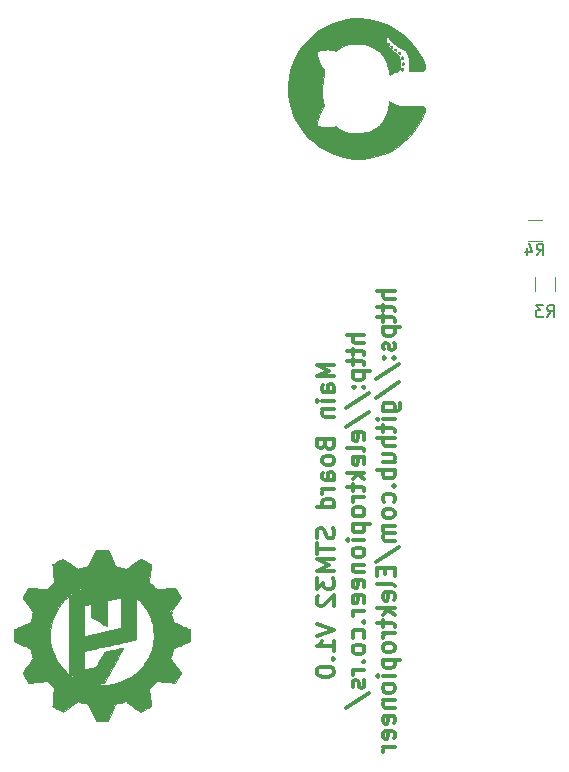
<source format=gbo>
G04 #@! TF.FileFunction,Legend,Bot*
%FSLAX46Y46*%
G04 Gerber Fmt 4.6, Leading zero omitted, Abs format (unit mm)*
G04 Created by KiCad (PCBNEW 4.0.6+dfsg1-1) date Mon Feb 26 19:50:24 2018*
%MOMM*%
%LPD*%
G01*
G04 APERTURE LIST*
%ADD10C,0.100000*%
%ADD11C,0.300000*%
%ADD12C,0.120000*%
%ADD13C,0.010000*%
%ADD14C,0.150000*%
G04 APERTURE END LIST*
D10*
D11*
X27282691Y40813770D02*
X25782691Y40813770D01*
X26854120Y40313770D01*
X25782691Y39813770D01*
X27282691Y39813770D01*
X27282691Y38456627D02*
X26496977Y38456627D01*
X26354120Y38528056D01*
X26282691Y38670913D01*
X26282691Y38956627D01*
X26354120Y39099484D01*
X27211263Y38456627D02*
X27282691Y38599484D01*
X27282691Y38956627D01*
X27211263Y39099484D01*
X27068406Y39170913D01*
X26925549Y39170913D01*
X26782691Y39099484D01*
X26711263Y38956627D01*
X26711263Y38599484D01*
X26639834Y38456627D01*
X27282691Y37742341D02*
X26282691Y37742341D01*
X25782691Y37742341D02*
X25854120Y37813770D01*
X25925549Y37742341D01*
X25854120Y37670913D01*
X25782691Y37742341D01*
X25925549Y37742341D01*
X26282691Y37028055D02*
X27282691Y37028055D01*
X26425549Y37028055D02*
X26354120Y36956627D01*
X26282691Y36813769D01*
X26282691Y36599484D01*
X26354120Y36456627D01*
X26496977Y36385198D01*
X27282691Y36385198D01*
X26496977Y34028055D02*
X26568406Y33813769D01*
X26639834Y33742341D01*
X26782691Y33670912D01*
X26996977Y33670912D01*
X27139834Y33742341D01*
X27211263Y33813769D01*
X27282691Y33956627D01*
X27282691Y34528055D01*
X25782691Y34528055D01*
X25782691Y34028055D01*
X25854120Y33885198D01*
X25925549Y33813769D01*
X26068406Y33742341D01*
X26211263Y33742341D01*
X26354120Y33813769D01*
X26425549Y33885198D01*
X26496977Y34028055D01*
X26496977Y34528055D01*
X27282691Y32813769D02*
X27211263Y32956627D01*
X27139834Y33028055D01*
X26996977Y33099484D01*
X26568406Y33099484D01*
X26425549Y33028055D01*
X26354120Y32956627D01*
X26282691Y32813769D01*
X26282691Y32599484D01*
X26354120Y32456627D01*
X26425549Y32385198D01*
X26568406Y32313769D01*
X26996977Y32313769D01*
X27139834Y32385198D01*
X27211263Y32456627D01*
X27282691Y32599484D01*
X27282691Y32813769D01*
X27282691Y31028055D02*
X26496977Y31028055D01*
X26354120Y31099484D01*
X26282691Y31242341D01*
X26282691Y31528055D01*
X26354120Y31670912D01*
X27211263Y31028055D02*
X27282691Y31170912D01*
X27282691Y31528055D01*
X27211263Y31670912D01*
X27068406Y31742341D01*
X26925549Y31742341D01*
X26782691Y31670912D01*
X26711263Y31528055D01*
X26711263Y31170912D01*
X26639834Y31028055D01*
X27282691Y30313769D02*
X26282691Y30313769D01*
X26568406Y30313769D02*
X26425549Y30242341D01*
X26354120Y30170912D01*
X26282691Y30028055D01*
X26282691Y29885198D01*
X27282691Y28742341D02*
X25782691Y28742341D01*
X27211263Y28742341D02*
X27282691Y28885198D01*
X27282691Y29170912D01*
X27211263Y29313770D01*
X27139834Y29385198D01*
X26996977Y29456627D01*
X26568406Y29456627D01*
X26425549Y29385198D01*
X26354120Y29313770D01*
X26282691Y29170912D01*
X26282691Y28885198D01*
X26354120Y28742341D01*
X27211263Y26956627D02*
X27282691Y26742341D01*
X27282691Y26385198D01*
X27211263Y26242341D01*
X27139834Y26170912D01*
X26996977Y26099484D01*
X26854120Y26099484D01*
X26711263Y26170912D01*
X26639834Y26242341D01*
X26568406Y26385198D01*
X26496977Y26670912D01*
X26425549Y26813770D01*
X26354120Y26885198D01*
X26211263Y26956627D01*
X26068406Y26956627D01*
X25925549Y26885198D01*
X25854120Y26813770D01*
X25782691Y26670912D01*
X25782691Y26313770D01*
X25854120Y26099484D01*
X25782691Y25670913D02*
X25782691Y24813770D01*
X27282691Y25242341D02*
X25782691Y25242341D01*
X27282691Y24313770D02*
X25782691Y24313770D01*
X26854120Y23813770D01*
X25782691Y23313770D01*
X27282691Y23313770D01*
X25782691Y22742341D02*
X25782691Y21813770D01*
X26354120Y22313770D01*
X26354120Y22099484D01*
X26425549Y21956627D01*
X26496977Y21885198D01*
X26639834Y21813770D01*
X26996977Y21813770D01*
X27139834Y21885198D01*
X27211263Y21956627D01*
X27282691Y22099484D01*
X27282691Y22528056D01*
X27211263Y22670913D01*
X27139834Y22742341D01*
X25925549Y21242342D02*
X25854120Y21170913D01*
X25782691Y21028056D01*
X25782691Y20670913D01*
X25854120Y20528056D01*
X25925549Y20456627D01*
X26068406Y20385199D01*
X26211263Y20385199D01*
X26425549Y20456627D01*
X27282691Y21313770D01*
X27282691Y20385199D01*
X25782691Y18813771D02*
X27282691Y18313771D01*
X25782691Y17813771D01*
X27282691Y16528057D02*
X27282691Y17385200D01*
X27282691Y16956628D02*
X25782691Y16956628D01*
X25996977Y17099485D01*
X26139834Y17242343D01*
X26211263Y17385200D01*
X27139834Y15885200D02*
X27211263Y15813772D01*
X27282691Y15885200D01*
X27211263Y15956629D01*
X27139834Y15885200D01*
X27282691Y15885200D01*
X25782691Y14885200D02*
X25782691Y14742343D01*
X25854120Y14599486D01*
X25925549Y14528057D01*
X26068406Y14456628D01*
X26354120Y14385200D01*
X26711263Y14385200D01*
X26996977Y14456628D01*
X27139834Y14528057D01*
X27211263Y14599486D01*
X27282691Y14742343D01*
X27282691Y14885200D01*
X27211263Y15028057D01*
X27139834Y15099486D01*
X26996977Y15170914D01*
X26711263Y15242343D01*
X26354120Y15242343D01*
X26068406Y15170914D01*
X25925549Y15099486D01*
X25854120Y15028057D01*
X25782691Y14885200D01*
X29832691Y43313772D02*
X28332691Y43313772D01*
X29832691Y42670915D02*
X29046977Y42670915D01*
X28904120Y42742344D01*
X28832691Y42885201D01*
X28832691Y43099486D01*
X28904120Y43242344D01*
X28975549Y43313772D01*
X28832691Y42170915D02*
X28832691Y41599486D01*
X28332691Y41956629D02*
X29618406Y41956629D01*
X29761263Y41885201D01*
X29832691Y41742343D01*
X29832691Y41599486D01*
X28832691Y41313772D02*
X28832691Y40742343D01*
X28332691Y41099486D02*
X29618406Y41099486D01*
X29761263Y41028058D01*
X29832691Y40885200D01*
X29832691Y40742343D01*
X28832691Y40242343D02*
X30332691Y40242343D01*
X28904120Y40242343D02*
X28832691Y40099486D01*
X28832691Y39813772D01*
X28904120Y39670915D01*
X28975549Y39599486D01*
X29118406Y39528057D01*
X29546977Y39528057D01*
X29689834Y39599486D01*
X29761263Y39670915D01*
X29832691Y39813772D01*
X29832691Y40099486D01*
X29761263Y40242343D01*
X29689834Y38885200D02*
X29761263Y38813772D01*
X29832691Y38885200D01*
X29761263Y38956629D01*
X29689834Y38885200D01*
X29832691Y38885200D01*
X28904120Y38885200D02*
X28975549Y38813772D01*
X29046977Y38885200D01*
X28975549Y38956629D01*
X28904120Y38885200D01*
X29046977Y38885200D01*
X28261263Y37099486D02*
X30189834Y38385200D01*
X28261263Y35528057D02*
X30189834Y36813771D01*
X29761263Y34456628D02*
X29832691Y34599485D01*
X29832691Y34885199D01*
X29761263Y35028056D01*
X29618406Y35099485D01*
X29046977Y35099485D01*
X28904120Y35028056D01*
X28832691Y34885199D01*
X28832691Y34599485D01*
X28904120Y34456628D01*
X29046977Y34385199D01*
X29189834Y34385199D01*
X29332691Y35099485D01*
X29832691Y33528056D02*
X29761263Y33670914D01*
X29618406Y33742342D01*
X28332691Y33742342D01*
X29761263Y32385200D02*
X29832691Y32528057D01*
X29832691Y32813771D01*
X29761263Y32956628D01*
X29618406Y33028057D01*
X29046977Y33028057D01*
X28904120Y32956628D01*
X28832691Y32813771D01*
X28832691Y32528057D01*
X28904120Y32385200D01*
X29046977Y32313771D01*
X29189834Y32313771D01*
X29332691Y33028057D01*
X29832691Y31670914D02*
X28332691Y31670914D01*
X29261263Y31528057D02*
X29832691Y31099486D01*
X28832691Y31099486D02*
X29404120Y31670914D01*
X28832691Y30670914D02*
X28832691Y30099485D01*
X28332691Y30456628D02*
X29618406Y30456628D01*
X29761263Y30385200D01*
X29832691Y30242342D01*
X29832691Y30099485D01*
X29832691Y29599485D02*
X28832691Y29599485D01*
X29118406Y29599485D02*
X28975549Y29528057D01*
X28904120Y29456628D01*
X28832691Y29313771D01*
X28832691Y29170914D01*
X29832691Y28456628D02*
X29761263Y28599486D01*
X29689834Y28670914D01*
X29546977Y28742343D01*
X29118406Y28742343D01*
X28975549Y28670914D01*
X28904120Y28599486D01*
X28832691Y28456628D01*
X28832691Y28242343D01*
X28904120Y28099486D01*
X28975549Y28028057D01*
X29118406Y27956628D01*
X29546977Y27956628D01*
X29689834Y28028057D01*
X29761263Y28099486D01*
X29832691Y28242343D01*
X29832691Y28456628D01*
X28832691Y27313771D02*
X30332691Y27313771D01*
X28904120Y27313771D02*
X28832691Y27170914D01*
X28832691Y26885200D01*
X28904120Y26742343D01*
X28975549Y26670914D01*
X29118406Y26599485D01*
X29546977Y26599485D01*
X29689834Y26670914D01*
X29761263Y26742343D01*
X29832691Y26885200D01*
X29832691Y27170914D01*
X29761263Y27313771D01*
X29832691Y25956628D02*
X28832691Y25956628D01*
X28332691Y25956628D02*
X28404120Y26028057D01*
X28475549Y25956628D01*
X28404120Y25885200D01*
X28332691Y25956628D01*
X28475549Y25956628D01*
X29832691Y25028056D02*
X29761263Y25170914D01*
X29689834Y25242342D01*
X29546977Y25313771D01*
X29118406Y25313771D01*
X28975549Y25242342D01*
X28904120Y25170914D01*
X28832691Y25028056D01*
X28832691Y24813771D01*
X28904120Y24670914D01*
X28975549Y24599485D01*
X29118406Y24528056D01*
X29546977Y24528056D01*
X29689834Y24599485D01*
X29761263Y24670914D01*
X29832691Y24813771D01*
X29832691Y25028056D01*
X28832691Y23885199D02*
X29832691Y23885199D01*
X28975549Y23885199D02*
X28904120Y23813771D01*
X28832691Y23670913D01*
X28832691Y23456628D01*
X28904120Y23313771D01*
X29046977Y23242342D01*
X29832691Y23242342D01*
X29761263Y21956628D02*
X29832691Y22099485D01*
X29832691Y22385199D01*
X29761263Y22528056D01*
X29618406Y22599485D01*
X29046977Y22599485D01*
X28904120Y22528056D01*
X28832691Y22385199D01*
X28832691Y22099485D01*
X28904120Y21956628D01*
X29046977Y21885199D01*
X29189834Y21885199D01*
X29332691Y22599485D01*
X29761263Y20670914D02*
X29832691Y20813771D01*
X29832691Y21099485D01*
X29761263Y21242342D01*
X29618406Y21313771D01*
X29046977Y21313771D01*
X28904120Y21242342D01*
X28832691Y21099485D01*
X28832691Y20813771D01*
X28904120Y20670914D01*
X29046977Y20599485D01*
X29189834Y20599485D01*
X29332691Y21313771D01*
X29832691Y19956628D02*
X28832691Y19956628D01*
X29118406Y19956628D02*
X28975549Y19885200D01*
X28904120Y19813771D01*
X28832691Y19670914D01*
X28832691Y19528057D01*
X29689834Y19028057D02*
X29761263Y18956629D01*
X29832691Y19028057D01*
X29761263Y19099486D01*
X29689834Y19028057D01*
X29832691Y19028057D01*
X29761263Y17670914D02*
X29832691Y17813771D01*
X29832691Y18099485D01*
X29761263Y18242343D01*
X29689834Y18313771D01*
X29546977Y18385200D01*
X29118406Y18385200D01*
X28975549Y18313771D01*
X28904120Y18242343D01*
X28832691Y18099485D01*
X28832691Y17813771D01*
X28904120Y17670914D01*
X29832691Y16813771D02*
X29761263Y16956629D01*
X29689834Y17028057D01*
X29546977Y17099486D01*
X29118406Y17099486D01*
X28975549Y17028057D01*
X28904120Y16956629D01*
X28832691Y16813771D01*
X28832691Y16599486D01*
X28904120Y16456629D01*
X28975549Y16385200D01*
X29118406Y16313771D01*
X29546977Y16313771D01*
X29689834Y16385200D01*
X29761263Y16456629D01*
X29832691Y16599486D01*
X29832691Y16813771D01*
X29689834Y15670914D02*
X29761263Y15599486D01*
X29832691Y15670914D01*
X29761263Y15742343D01*
X29689834Y15670914D01*
X29832691Y15670914D01*
X29832691Y14956628D02*
X28832691Y14956628D01*
X29118406Y14956628D02*
X28975549Y14885200D01*
X28904120Y14813771D01*
X28832691Y14670914D01*
X28832691Y14528057D01*
X29761263Y14099486D02*
X29832691Y13956629D01*
X29832691Y13670914D01*
X29761263Y13528057D01*
X29618406Y13456629D01*
X29546977Y13456629D01*
X29404120Y13528057D01*
X29332691Y13670914D01*
X29332691Y13885200D01*
X29261263Y14028057D01*
X29118406Y14099486D01*
X29046977Y14099486D01*
X28904120Y14028057D01*
X28832691Y13885200D01*
X28832691Y13670914D01*
X28904120Y13528057D01*
X28261263Y11742343D02*
X30189834Y13028057D01*
X32382691Y47028058D02*
X30882691Y47028058D01*
X32382691Y46385201D02*
X31596977Y46385201D01*
X31454120Y46456630D01*
X31382691Y46599487D01*
X31382691Y46813772D01*
X31454120Y46956630D01*
X31525549Y47028058D01*
X31382691Y45885201D02*
X31382691Y45313772D01*
X30882691Y45670915D02*
X32168406Y45670915D01*
X32311263Y45599487D01*
X32382691Y45456629D01*
X32382691Y45313772D01*
X31382691Y45028058D02*
X31382691Y44456629D01*
X30882691Y44813772D02*
X32168406Y44813772D01*
X32311263Y44742344D01*
X32382691Y44599486D01*
X32382691Y44456629D01*
X31382691Y43956629D02*
X32882691Y43956629D01*
X31454120Y43956629D02*
X31382691Y43813772D01*
X31382691Y43528058D01*
X31454120Y43385201D01*
X31525549Y43313772D01*
X31668406Y43242343D01*
X32096977Y43242343D01*
X32239834Y43313772D01*
X32311263Y43385201D01*
X32382691Y43528058D01*
X32382691Y43813772D01*
X32311263Y43956629D01*
X32311263Y42670915D02*
X32382691Y42528058D01*
X32382691Y42242343D01*
X32311263Y42099486D01*
X32168406Y42028058D01*
X32096977Y42028058D01*
X31954120Y42099486D01*
X31882691Y42242343D01*
X31882691Y42456629D01*
X31811263Y42599486D01*
X31668406Y42670915D01*
X31596977Y42670915D01*
X31454120Y42599486D01*
X31382691Y42456629D01*
X31382691Y42242343D01*
X31454120Y42099486D01*
X32239834Y41385200D02*
X32311263Y41313772D01*
X32382691Y41385200D01*
X32311263Y41456629D01*
X32239834Y41385200D01*
X32382691Y41385200D01*
X31454120Y41385200D02*
X31525549Y41313772D01*
X31596977Y41385200D01*
X31525549Y41456629D01*
X31454120Y41385200D01*
X31596977Y41385200D01*
X30811263Y39599486D02*
X32739834Y40885200D01*
X30811263Y38028057D02*
X32739834Y39313771D01*
X31382691Y36885199D02*
X32596977Y36885199D01*
X32739834Y36956628D01*
X32811263Y37028056D01*
X32882691Y37170913D01*
X32882691Y37385199D01*
X32811263Y37528056D01*
X32311263Y36885199D02*
X32382691Y37028056D01*
X32382691Y37313770D01*
X32311263Y37456628D01*
X32239834Y37528056D01*
X32096977Y37599485D01*
X31668406Y37599485D01*
X31525549Y37528056D01*
X31454120Y37456628D01*
X31382691Y37313770D01*
X31382691Y37028056D01*
X31454120Y36885199D01*
X32382691Y36170913D02*
X31382691Y36170913D01*
X30882691Y36170913D02*
X30954120Y36242342D01*
X31025549Y36170913D01*
X30954120Y36099485D01*
X30882691Y36170913D01*
X31025549Y36170913D01*
X31382691Y35670913D02*
X31382691Y35099484D01*
X30882691Y35456627D02*
X32168406Y35456627D01*
X32311263Y35385199D01*
X32382691Y35242341D01*
X32382691Y35099484D01*
X32382691Y34599484D02*
X30882691Y34599484D01*
X32382691Y33956627D02*
X31596977Y33956627D01*
X31454120Y34028056D01*
X31382691Y34170913D01*
X31382691Y34385198D01*
X31454120Y34528056D01*
X31525549Y34599484D01*
X31382691Y32599484D02*
X32382691Y32599484D01*
X31382691Y33242341D02*
X32168406Y33242341D01*
X32311263Y33170913D01*
X32382691Y33028055D01*
X32382691Y32813770D01*
X32311263Y32670913D01*
X32239834Y32599484D01*
X32382691Y31885198D02*
X30882691Y31885198D01*
X31454120Y31885198D02*
X31382691Y31742341D01*
X31382691Y31456627D01*
X31454120Y31313770D01*
X31525549Y31242341D01*
X31668406Y31170912D01*
X32096977Y31170912D01*
X32239834Y31242341D01*
X32311263Y31313770D01*
X32382691Y31456627D01*
X32382691Y31742341D01*
X32311263Y31885198D01*
X32239834Y30528055D02*
X32311263Y30456627D01*
X32382691Y30528055D01*
X32311263Y30599484D01*
X32239834Y30528055D01*
X32382691Y30528055D01*
X32311263Y29170912D02*
X32382691Y29313769D01*
X32382691Y29599483D01*
X32311263Y29742341D01*
X32239834Y29813769D01*
X32096977Y29885198D01*
X31668406Y29885198D01*
X31525549Y29813769D01*
X31454120Y29742341D01*
X31382691Y29599483D01*
X31382691Y29313769D01*
X31454120Y29170912D01*
X32382691Y28313769D02*
X32311263Y28456627D01*
X32239834Y28528055D01*
X32096977Y28599484D01*
X31668406Y28599484D01*
X31525549Y28528055D01*
X31454120Y28456627D01*
X31382691Y28313769D01*
X31382691Y28099484D01*
X31454120Y27956627D01*
X31525549Y27885198D01*
X31668406Y27813769D01*
X32096977Y27813769D01*
X32239834Y27885198D01*
X32311263Y27956627D01*
X32382691Y28099484D01*
X32382691Y28313769D01*
X32382691Y27170912D02*
X31382691Y27170912D01*
X31525549Y27170912D02*
X31454120Y27099484D01*
X31382691Y26956626D01*
X31382691Y26742341D01*
X31454120Y26599484D01*
X31596977Y26528055D01*
X32382691Y26528055D01*
X31596977Y26528055D02*
X31454120Y26456626D01*
X31382691Y26313769D01*
X31382691Y26099484D01*
X31454120Y25956626D01*
X31596977Y25885198D01*
X32382691Y25885198D01*
X30811263Y24099484D02*
X32739834Y25385198D01*
X31596977Y23599483D02*
X31596977Y23099483D01*
X32382691Y22885197D02*
X32382691Y23599483D01*
X30882691Y23599483D01*
X30882691Y22885197D01*
X32382691Y22028054D02*
X32311263Y22170912D01*
X32168406Y22242340D01*
X30882691Y22242340D01*
X32311263Y20885198D02*
X32382691Y21028055D01*
X32382691Y21313769D01*
X32311263Y21456626D01*
X32168406Y21528055D01*
X31596977Y21528055D01*
X31454120Y21456626D01*
X31382691Y21313769D01*
X31382691Y21028055D01*
X31454120Y20885198D01*
X31596977Y20813769D01*
X31739834Y20813769D01*
X31882691Y21528055D01*
X32382691Y20170912D02*
X30882691Y20170912D01*
X31811263Y20028055D02*
X32382691Y19599484D01*
X31382691Y19599484D02*
X31954120Y20170912D01*
X31382691Y19170912D02*
X31382691Y18599483D01*
X30882691Y18956626D02*
X32168406Y18956626D01*
X32311263Y18885198D01*
X32382691Y18742340D01*
X32382691Y18599483D01*
X32382691Y18099483D02*
X31382691Y18099483D01*
X31668406Y18099483D02*
X31525549Y18028055D01*
X31454120Y17956626D01*
X31382691Y17813769D01*
X31382691Y17670912D01*
X32382691Y16956626D02*
X32311263Y17099484D01*
X32239834Y17170912D01*
X32096977Y17242341D01*
X31668406Y17242341D01*
X31525549Y17170912D01*
X31454120Y17099484D01*
X31382691Y16956626D01*
X31382691Y16742341D01*
X31454120Y16599484D01*
X31525549Y16528055D01*
X31668406Y16456626D01*
X32096977Y16456626D01*
X32239834Y16528055D01*
X32311263Y16599484D01*
X32382691Y16742341D01*
X32382691Y16956626D01*
X31382691Y15813769D02*
X32882691Y15813769D01*
X31454120Y15813769D02*
X31382691Y15670912D01*
X31382691Y15385198D01*
X31454120Y15242341D01*
X31525549Y15170912D01*
X31668406Y15099483D01*
X32096977Y15099483D01*
X32239834Y15170912D01*
X32311263Y15242341D01*
X32382691Y15385198D01*
X32382691Y15670912D01*
X32311263Y15813769D01*
X32382691Y14456626D02*
X31382691Y14456626D01*
X30882691Y14456626D02*
X30954120Y14528055D01*
X31025549Y14456626D01*
X30954120Y14385198D01*
X30882691Y14456626D01*
X31025549Y14456626D01*
X32382691Y13528054D02*
X32311263Y13670912D01*
X32239834Y13742340D01*
X32096977Y13813769D01*
X31668406Y13813769D01*
X31525549Y13742340D01*
X31454120Y13670912D01*
X31382691Y13528054D01*
X31382691Y13313769D01*
X31454120Y13170912D01*
X31525549Y13099483D01*
X31668406Y13028054D01*
X32096977Y13028054D01*
X32239834Y13099483D01*
X32311263Y13170912D01*
X32382691Y13313769D01*
X32382691Y13528054D01*
X31382691Y12385197D02*
X32382691Y12385197D01*
X31525549Y12385197D02*
X31454120Y12313769D01*
X31382691Y12170911D01*
X31382691Y11956626D01*
X31454120Y11813769D01*
X31596977Y11742340D01*
X32382691Y11742340D01*
X32311263Y10456626D02*
X32382691Y10599483D01*
X32382691Y10885197D01*
X32311263Y11028054D01*
X32168406Y11099483D01*
X31596977Y11099483D01*
X31454120Y11028054D01*
X31382691Y10885197D01*
X31382691Y10599483D01*
X31454120Y10456626D01*
X31596977Y10385197D01*
X31739834Y10385197D01*
X31882691Y11099483D01*
X32311263Y9170912D02*
X32382691Y9313769D01*
X32382691Y9599483D01*
X32311263Y9742340D01*
X32168406Y9813769D01*
X31596977Y9813769D01*
X31454120Y9742340D01*
X31382691Y9599483D01*
X31382691Y9313769D01*
X31454120Y9170912D01*
X31596977Y9099483D01*
X31739834Y9099483D01*
X31882691Y9813769D01*
X32382691Y8456626D02*
X31382691Y8456626D01*
X31668406Y8456626D02*
X31525549Y8385198D01*
X31454120Y8313769D01*
X31382691Y8170912D01*
X31382691Y8028055D01*
D12*
X44235480Y48260560D02*
X44235480Y47060560D01*
X45995480Y47060560D02*
X45995480Y48260560D01*
X44846800Y53036360D02*
X43646800Y53036360D01*
X43646800Y51276360D02*
X44846800Y51276360D01*
D13*
G36*
X133332Y17757173D02*
X133947Y17640668D01*
X134940Y17539544D01*
X136309Y17461015D01*
X138056Y17412294D01*
X139582Y17399683D01*
X159873Y17390088D01*
X214667Y17365724D01*
X299562Y17328509D01*
X410153Y17280360D01*
X542039Y17223194D01*
X690816Y17158928D01*
X844204Y17092867D01*
X1005013Y17023616D01*
X1153160Y16959642D01*
X1284238Y16902862D01*
X1393835Y16855194D01*
X1477543Y16818556D01*
X1530953Y16794865D01*
X1549616Y16786095D01*
X1557293Y16764025D01*
X1572075Y16709773D01*
X1591566Y16632411D01*
X1606171Y16571733D01*
X1636500Y16451919D01*
X1673865Y16316329D01*
X1711512Y16189212D01*
X1721903Y16156195D01*
X1788492Y15948439D01*
X1330509Y15337330D01*
X1210178Y15176481D01*
X1113155Y15045874D01*
X1037154Y14942030D01*
X979891Y14861469D01*
X939080Y14800711D01*
X912436Y14756278D01*
X897673Y14724690D01*
X892507Y14702468D01*
X894653Y14686133D01*
X897945Y14678724D01*
X916127Y14646731D01*
X952357Y14584567D01*
X1002997Y14498416D01*
X1064408Y14394465D01*
X1132952Y14278896D01*
X1152863Y14245404D01*
X1382361Y13859582D01*
X1462282Y13869075D01*
X1502361Y13873495D01*
X1578883Y13881619D01*
X1686176Y13892857D01*
X1818570Y13906618D01*
X1970393Y13922312D01*
X2135972Y13939349D01*
X2240367Y13950053D01*
X2938530Y14021538D01*
X3192867Y13771398D01*
X3282957Y13683128D01*
X3367592Y13600815D01*
X3439988Y13531009D01*
X3493364Y13480262D01*
X3514271Y13460937D01*
X3581339Y13400617D01*
X3497065Y12652295D01*
X3477784Y12479346D01*
X3460419Y12320230D01*
X3445464Y12179711D01*
X3433408Y12062552D01*
X3424742Y11973514D01*
X3419957Y11917361D01*
X3419414Y11898831D01*
X3438971Y11887511D01*
X3490330Y11858487D01*
X3568313Y11814664D01*
X3667744Y11758948D01*
X3783448Y11694245D01*
X3866036Y11648127D01*
X4306036Y11402565D01*
X4839703Y11778406D01*
X4977562Y11875423D01*
X5108881Y11967702D01*
X5228383Y12051546D01*
X5330794Y12123258D01*
X5410837Y12179142D01*
X5463238Y12215500D01*
X5473255Y12222372D01*
X5573141Y12290498D01*
X5769589Y12233292D01*
X5877527Y12203369D01*
X6006876Y12169757D01*
X6137637Y12137573D01*
X6206131Y12121602D01*
X6446225Y12067117D01*
X6764773Y11373909D01*
X7083321Y10680700D01*
X8108250Y10680700D01*
X8427266Y11373909D01*
X8746283Y12067117D01*
X8985993Y12121602D01*
X9108389Y12150652D01*
X9240986Y12184094D01*
X9363748Y12216799D01*
X9422151Y12233292D01*
X9618599Y12290498D01*
X9718484Y12222372D01*
X9760989Y12192998D01*
X9832814Y12142923D01*
X9928683Y12075843D01*
X10043322Y11995457D01*
X10171455Y11905459D01*
X10307806Y11809548D01*
X10352037Y11778406D01*
X10885703Y11402565D01*
X11325703Y11648127D01*
X11449294Y11717160D01*
X11560020Y11779117D01*
X11652704Y11831093D01*
X11722172Y11870182D01*
X11763247Y11893480D01*
X11772287Y11898793D01*
X11771532Y11920245D01*
X11766456Y11978993D01*
X11757548Y12070275D01*
X11745297Y12189328D01*
X11730193Y12331390D01*
X11712726Y12491697D01*
X11694870Y12652257D01*
X11610869Y13400617D01*
X11677703Y13460937D01*
X11715422Y13496202D01*
X11776471Y13554677D01*
X11854075Y13629814D01*
X11941456Y13715060D01*
X11998873Y13771398D01*
X12253209Y14021538D01*
X12951373Y13950053D01*
X13122519Y13932490D01*
X13283337Y13915914D01*
X13428155Y13900913D01*
X13551302Y13888079D01*
X13647107Y13878002D01*
X13709897Y13871272D01*
X13729458Y13869075D01*
X13809379Y13859582D01*
X14038877Y14245404D01*
X14108761Y14363111D01*
X14172529Y14470927D01*
X14226541Y14562669D01*
X14267160Y14632150D01*
X14290745Y14673187D01*
X14293794Y14678724D01*
X14298870Y14693359D01*
X14297836Y14712050D01*
X14288408Y14738276D01*
X14268301Y14775516D01*
X14235230Y14827249D01*
X14186909Y14896956D01*
X14121053Y14988115D01*
X14035377Y15104205D01*
X13927596Y15248707D01*
X13861231Y15337330D01*
X13403248Y15948439D01*
X13469837Y16156195D01*
X13506244Y16275999D01*
X13544406Y16411588D01*
X13577567Y16538712D01*
X13585569Y16571733D01*
X13606885Y16659554D01*
X13625106Y16730381D01*
X13637839Y16775142D01*
X13642124Y16786049D01*
X13662603Y16795621D01*
X13717579Y16819957D01*
X13802641Y16857140D01*
X13913376Y16905253D01*
X14045375Y16962378D01*
X14194225Y17026600D01*
X14347099Y17092385D01*
X14507848Y17161580D01*
X14655914Y17225522D01*
X14786888Y17282292D01*
X14896362Y17329969D01*
X14979927Y17366634D01*
X15033175Y17390368D01*
X15051663Y17399188D01*
X15054582Y17422222D01*
X15057148Y17480296D01*
X15059324Y17566121D01*
X15061074Y17672403D01*
X15062360Y17791853D01*
X15063145Y17917179D01*
X15063394Y18041090D01*
X15063067Y18156295D01*
X15062130Y18255501D01*
X15060544Y18331419D01*
X15058273Y18376757D01*
X15056663Y18386112D01*
X15035307Y18398317D01*
X14979449Y18425114D01*
X14893538Y18464509D01*
X14782019Y18514508D01*
X14649341Y18573115D01*
X14499949Y18638335D01*
X14347580Y18704181D01*
X14186766Y18773435D01*
X14038613Y18837411D01*
X13907530Y18894194D01*
X13797927Y18941864D01*
X13714212Y18978505D01*
X13660795Y19002199D01*
X13642124Y19010973D01*
X13634446Y19033043D01*
X13619665Y19087295D01*
X13600174Y19164656D01*
X13585569Y19225335D01*
X13555240Y19345149D01*
X13517875Y19480739D01*
X13480228Y19607856D01*
X13469837Y19640873D01*
X13403248Y19848629D01*
X13861231Y20459738D01*
X13981562Y20620586D01*
X14078585Y20751193D01*
X14154585Y20855038D01*
X14211849Y20935599D01*
X14252660Y20996357D01*
X14279304Y21040790D01*
X14294066Y21072377D01*
X14299232Y21094599D01*
X14297087Y21110935D01*
X14293794Y21118344D01*
X14275612Y21150336D01*
X14239382Y21212501D01*
X14188742Y21298651D01*
X14127331Y21402603D01*
X14058788Y21518171D01*
X14038877Y21551663D01*
X13809379Y21937485D01*
X13729458Y21927993D01*
X13689379Y21923573D01*
X13612857Y21915448D01*
X13505563Y21904211D01*
X13373169Y21890450D01*
X13221347Y21874755D01*
X13055768Y21857718D01*
X12951373Y21847015D01*
X12253209Y21775529D01*
X11998873Y22025670D01*
X11908782Y22113939D01*
X11824148Y22196253D01*
X11751752Y22266059D01*
X11698376Y22316806D01*
X11677469Y22336131D01*
X11610401Y22396450D01*
X11694674Y23144773D01*
X11713956Y23317722D01*
X11731320Y23476837D01*
X11746276Y23617356D01*
X11758332Y23734516D01*
X11766998Y23823554D01*
X11771782Y23879706D01*
X11772325Y23898237D01*
X11752768Y23909557D01*
X11701410Y23938581D01*
X11623427Y23982404D01*
X11523995Y24038120D01*
X11408292Y24102823D01*
X11325703Y24148940D01*
X10885703Y24394502D01*
X10352037Y24018662D01*
X10214177Y23921645D01*
X10082859Y23829366D01*
X9963357Y23745522D01*
X9860946Y23673810D01*
X9780902Y23617926D01*
X9728502Y23581567D01*
X9718484Y23574695D01*
X9618599Y23506570D01*
X9422151Y23563775D01*
X9314212Y23593698D01*
X9184864Y23627310D01*
X9054102Y23659495D01*
X8985609Y23675466D01*
X8745514Y23729950D01*
X8426967Y24423159D01*
X8108419Y25116367D01*
X7595870Y25116367D01*
X7595870Y22131867D01*
X7898040Y22125021D01*
X8173189Y22103085D01*
X8434588Y22063968D01*
X8695504Y22005574D01*
X8969208Y21925810D01*
X9032419Y21905199D01*
X9431649Y21751064D01*
X9811714Y21560516D01*
X10170053Y21335497D01*
X10504103Y21077944D01*
X10811301Y20789798D01*
X11089084Y20472998D01*
X11291839Y20195117D01*
X11383176Y20047861D01*
X11479547Y19873785D01*
X11574782Y19685532D01*
X11662713Y19495742D01*
X11737171Y19317057D01*
X11784590Y19185403D01*
X11843373Y18985327D01*
X11896102Y18768754D01*
X11938628Y18554333D01*
X11965455Y18372579D01*
X11975500Y18250957D01*
X11981787Y18100508D01*
X11984311Y17934571D01*
X11983068Y17766487D01*
X11978051Y17609593D01*
X11969257Y17477231D01*
X11965801Y17443605D01*
X11904013Y17058637D01*
X11807555Y16689164D01*
X11673819Y16326368D01*
X11565089Y16088784D01*
X11430652Y15832825D01*
X11290420Y15603273D01*
X11134140Y15384436D01*
X10981616Y15195826D01*
X10696002Y14891208D01*
X10381789Y14616525D01*
X10041678Y14373208D01*
X9678370Y14162690D01*
X9294565Y13986401D01*
X8892964Y13845775D01*
X8476269Y13742242D01*
X8136175Y13687372D01*
X8051657Y13679697D01*
X7937053Y13673174D01*
X7804602Y13668305D01*
X7666547Y13665592D01*
X7595870Y13665200D01*
X7293700Y13672047D01*
X7018550Y13693982D01*
X6757152Y13733100D01*
X6496235Y13791494D01*
X6222532Y13871257D01*
X6159321Y13891869D01*
X5760091Y14046004D01*
X5380025Y14236551D01*
X5021686Y14461571D01*
X4687637Y14719123D01*
X4380439Y15007269D01*
X4102656Y15324069D01*
X3899901Y15601950D01*
X3809006Y15748463D01*
X3713032Y15921713D01*
X3618119Y16109122D01*
X3530409Y16298110D01*
X3456044Y16476099D01*
X3407620Y16610244D01*
X3298131Y17014164D01*
X3230003Y17424239D01*
X3203236Y17837602D01*
X3217830Y18251387D01*
X3273786Y18662728D01*
X3371102Y19068757D01*
X3407620Y19186824D01*
X3465679Y19345399D01*
X3542341Y19525743D01*
X3631464Y19715278D01*
X3726907Y19901426D01*
X3822529Y20071607D01*
X3899901Y20195117D01*
X4151831Y20533824D01*
X4435263Y20845456D01*
X4747634Y21128075D01*
X5086382Y21379741D01*
X5448943Y21598515D01*
X5832756Y21782456D01*
X6159321Y21905199D01*
X6437615Y21989942D01*
X6700205Y22052855D01*
X6960360Y22096031D01*
X7231348Y22121565D01*
X7526439Y22131549D01*
X7595870Y22131867D01*
X7595870Y25116367D01*
X7083321Y25116367D01*
X6764773Y24423159D01*
X6446225Y23729950D01*
X6206131Y23675466D01*
X6083692Y23646446D01*
X5951088Y23613037D01*
X5828317Y23580355D01*
X5769589Y23563775D01*
X5573141Y23506570D01*
X5473255Y23574695D01*
X5430751Y23604070D01*
X5358926Y23654145D01*
X5263057Y23721224D01*
X5148418Y23801611D01*
X5020285Y23891608D01*
X4883934Y23987519D01*
X4839703Y24018662D01*
X4306036Y24394502D01*
X3866036Y24148940D01*
X3742443Y24079905D01*
X3631712Y24017944D01*
X3539020Y23965961D01*
X3469544Y23926863D01*
X3428460Y23903556D01*
X3419414Y23898237D01*
X3420168Y23876777D01*
X3425257Y23818023D01*
X3434191Y23726737D01*
X3446479Y23607681D01*
X3461630Y23465620D01*
X3479153Y23305316D01*
X3497065Y23144773D01*
X3581339Y22396450D01*
X3514271Y22336131D01*
X3476470Y22300863D01*
X3415348Y22242383D01*
X3337687Y22167241D01*
X3250269Y22081988D01*
X3192867Y22025670D01*
X2938530Y21775529D01*
X2240367Y21847015D01*
X2069221Y21864577D01*
X1908403Y21881154D01*
X1763585Y21896155D01*
X1640437Y21908989D01*
X1544633Y21919066D01*
X1481842Y21925796D01*
X1462282Y21927993D01*
X1382361Y21937485D01*
X1152863Y21551663D01*
X1082978Y21433957D01*
X1019211Y21326140D01*
X965198Y21234399D01*
X924580Y21164917D01*
X900994Y21123881D01*
X897945Y21118344D01*
X892870Y21103708D01*
X893904Y21085018D01*
X903331Y21058792D01*
X923438Y21021552D01*
X956510Y20969818D01*
X1004831Y20900112D01*
X1070687Y20808953D01*
X1156363Y20692862D01*
X1264144Y20548361D01*
X1330509Y20459738D01*
X1788492Y19848629D01*
X1721903Y19640873D01*
X1685495Y19521069D01*
X1647334Y19385480D01*
X1614172Y19258356D01*
X1606171Y19225335D01*
X1584854Y19137507D01*
X1566633Y19066668D01*
X1553900Y19021891D01*
X1549616Y19010973D01*
X1529139Y19001386D01*
X1474167Y18977027D01*
X1389109Y18939813D01*
X1278375Y18891662D01*
X1146374Y18834491D01*
X997514Y18770218D01*
X844204Y18704200D01*
X683433Y18634955D01*
X535358Y18570983D01*
X404384Y18514202D01*
X294914Y18466529D01*
X211349Y18429881D01*
X158094Y18406175D01*
X139582Y18397385D01*
X137558Y18375209D01*
X135911Y18317915D01*
X134641Y18232718D01*
X133748Y18126831D01*
X133232Y18007468D01*
X133093Y17881844D01*
X133332Y17757173D01*
X133332Y17757173D01*
G37*
X133332Y17757173D02*
X133947Y17640668D01*
X134940Y17539544D01*
X136309Y17461015D01*
X138056Y17412294D01*
X139582Y17399683D01*
X159873Y17390088D01*
X214667Y17365724D01*
X299562Y17328509D01*
X410153Y17280360D01*
X542039Y17223194D01*
X690816Y17158928D01*
X844204Y17092867D01*
X1005013Y17023616D01*
X1153160Y16959642D01*
X1284238Y16902862D01*
X1393835Y16855194D01*
X1477543Y16818556D01*
X1530953Y16794865D01*
X1549616Y16786095D01*
X1557293Y16764025D01*
X1572075Y16709773D01*
X1591566Y16632411D01*
X1606171Y16571733D01*
X1636500Y16451919D01*
X1673865Y16316329D01*
X1711512Y16189212D01*
X1721903Y16156195D01*
X1788492Y15948439D01*
X1330509Y15337330D01*
X1210178Y15176481D01*
X1113155Y15045874D01*
X1037154Y14942030D01*
X979891Y14861469D01*
X939080Y14800711D01*
X912436Y14756278D01*
X897673Y14724690D01*
X892507Y14702468D01*
X894653Y14686133D01*
X897945Y14678724D01*
X916127Y14646731D01*
X952357Y14584567D01*
X1002997Y14498416D01*
X1064408Y14394465D01*
X1132952Y14278896D01*
X1152863Y14245404D01*
X1382361Y13859582D01*
X1462282Y13869075D01*
X1502361Y13873495D01*
X1578883Y13881619D01*
X1686176Y13892857D01*
X1818570Y13906618D01*
X1970393Y13922312D01*
X2135972Y13939349D01*
X2240367Y13950053D01*
X2938530Y14021538D01*
X3192867Y13771398D01*
X3282957Y13683128D01*
X3367592Y13600815D01*
X3439988Y13531009D01*
X3493364Y13480262D01*
X3514271Y13460937D01*
X3581339Y13400617D01*
X3497065Y12652295D01*
X3477784Y12479346D01*
X3460419Y12320230D01*
X3445464Y12179711D01*
X3433408Y12062552D01*
X3424742Y11973514D01*
X3419957Y11917361D01*
X3419414Y11898831D01*
X3438971Y11887511D01*
X3490330Y11858487D01*
X3568313Y11814664D01*
X3667744Y11758948D01*
X3783448Y11694245D01*
X3866036Y11648127D01*
X4306036Y11402565D01*
X4839703Y11778406D01*
X4977562Y11875423D01*
X5108881Y11967702D01*
X5228383Y12051546D01*
X5330794Y12123258D01*
X5410837Y12179142D01*
X5463238Y12215500D01*
X5473255Y12222372D01*
X5573141Y12290498D01*
X5769589Y12233292D01*
X5877527Y12203369D01*
X6006876Y12169757D01*
X6137637Y12137573D01*
X6206131Y12121602D01*
X6446225Y12067117D01*
X6764773Y11373909D01*
X7083321Y10680700D01*
X8108250Y10680700D01*
X8427266Y11373909D01*
X8746283Y12067117D01*
X8985993Y12121602D01*
X9108389Y12150652D01*
X9240986Y12184094D01*
X9363748Y12216799D01*
X9422151Y12233292D01*
X9618599Y12290498D01*
X9718484Y12222372D01*
X9760989Y12192998D01*
X9832814Y12142923D01*
X9928683Y12075843D01*
X10043322Y11995457D01*
X10171455Y11905459D01*
X10307806Y11809548D01*
X10352037Y11778406D01*
X10885703Y11402565D01*
X11325703Y11648127D01*
X11449294Y11717160D01*
X11560020Y11779117D01*
X11652704Y11831093D01*
X11722172Y11870182D01*
X11763247Y11893480D01*
X11772287Y11898793D01*
X11771532Y11920245D01*
X11766456Y11978993D01*
X11757548Y12070275D01*
X11745297Y12189328D01*
X11730193Y12331390D01*
X11712726Y12491697D01*
X11694870Y12652257D01*
X11610869Y13400617D01*
X11677703Y13460937D01*
X11715422Y13496202D01*
X11776471Y13554677D01*
X11854075Y13629814D01*
X11941456Y13715060D01*
X11998873Y13771398D01*
X12253209Y14021538D01*
X12951373Y13950053D01*
X13122519Y13932490D01*
X13283337Y13915914D01*
X13428155Y13900913D01*
X13551302Y13888079D01*
X13647107Y13878002D01*
X13709897Y13871272D01*
X13729458Y13869075D01*
X13809379Y13859582D01*
X14038877Y14245404D01*
X14108761Y14363111D01*
X14172529Y14470927D01*
X14226541Y14562669D01*
X14267160Y14632150D01*
X14290745Y14673187D01*
X14293794Y14678724D01*
X14298870Y14693359D01*
X14297836Y14712050D01*
X14288408Y14738276D01*
X14268301Y14775516D01*
X14235230Y14827249D01*
X14186909Y14896956D01*
X14121053Y14988115D01*
X14035377Y15104205D01*
X13927596Y15248707D01*
X13861231Y15337330D01*
X13403248Y15948439D01*
X13469837Y16156195D01*
X13506244Y16275999D01*
X13544406Y16411588D01*
X13577567Y16538712D01*
X13585569Y16571733D01*
X13606885Y16659554D01*
X13625106Y16730381D01*
X13637839Y16775142D01*
X13642124Y16786049D01*
X13662603Y16795621D01*
X13717579Y16819957D01*
X13802641Y16857140D01*
X13913376Y16905253D01*
X14045375Y16962378D01*
X14194225Y17026600D01*
X14347099Y17092385D01*
X14507848Y17161580D01*
X14655914Y17225522D01*
X14786888Y17282292D01*
X14896362Y17329969D01*
X14979927Y17366634D01*
X15033175Y17390368D01*
X15051663Y17399188D01*
X15054582Y17422222D01*
X15057148Y17480296D01*
X15059324Y17566121D01*
X15061074Y17672403D01*
X15062360Y17791853D01*
X15063145Y17917179D01*
X15063394Y18041090D01*
X15063067Y18156295D01*
X15062130Y18255501D01*
X15060544Y18331419D01*
X15058273Y18376757D01*
X15056663Y18386112D01*
X15035307Y18398317D01*
X14979449Y18425114D01*
X14893538Y18464509D01*
X14782019Y18514508D01*
X14649341Y18573115D01*
X14499949Y18638335D01*
X14347580Y18704181D01*
X14186766Y18773435D01*
X14038613Y18837411D01*
X13907530Y18894194D01*
X13797927Y18941864D01*
X13714212Y18978505D01*
X13660795Y19002199D01*
X13642124Y19010973D01*
X13634446Y19033043D01*
X13619665Y19087295D01*
X13600174Y19164656D01*
X13585569Y19225335D01*
X13555240Y19345149D01*
X13517875Y19480739D01*
X13480228Y19607856D01*
X13469837Y19640873D01*
X13403248Y19848629D01*
X13861231Y20459738D01*
X13981562Y20620586D01*
X14078585Y20751193D01*
X14154585Y20855038D01*
X14211849Y20935599D01*
X14252660Y20996357D01*
X14279304Y21040790D01*
X14294066Y21072377D01*
X14299232Y21094599D01*
X14297087Y21110935D01*
X14293794Y21118344D01*
X14275612Y21150336D01*
X14239382Y21212501D01*
X14188742Y21298651D01*
X14127331Y21402603D01*
X14058788Y21518171D01*
X14038877Y21551663D01*
X13809379Y21937485D01*
X13729458Y21927993D01*
X13689379Y21923573D01*
X13612857Y21915448D01*
X13505563Y21904211D01*
X13373169Y21890450D01*
X13221347Y21874755D01*
X13055768Y21857718D01*
X12951373Y21847015D01*
X12253209Y21775529D01*
X11998873Y22025670D01*
X11908782Y22113939D01*
X11824148Y22196253D01*
X11751752Y22266059D01*
X11698376Y22316806D01*
X11677469Y22336131D01*
X11610401Y22396450D01*
X11694674Y23144773D01*
X11713956Y23317722D01*
X11731320Y23476837D01*
X11746276Y23617356D01*
X11758332Y23734516D01*
X11766998Y23823554D01*
X11771782Y23879706D01*
X11772325Y23898237D01*
X11752768Y23909557D01*
X11701410Y23938581D01*
X11623427Y23982404D01*
X11523995Y24038120D01*
X11408292Y24102823D01*
X11325703Y24148940D01*
X10885703Y24394502D01*
X10352037Y24018662D01*
X10214177Y23921645D01*
X10082859Y23829366D01*
X9963357Y23745522D01*
X9860946Y23673810D01*
X9780902Y23617926D01*
X9728502Y23581567D01*
X9718484Y23574695D01*
X9618599Y23506570D01*
X9422151Y23563775D01*
X9314212Y23593698D01*
X9184864Y23627310D01*
X9054102Y23659495D01*
X8985609Y23675466D01*
X8745514Y23729950D01*
X8426967Y24423159D01*
X8108419Y25116367D01*
X7595870Y25116367D01*
X7595870Y22131867D01*
X7898040Y22125021D01*
X8173189Y22103085D01*
X8434588Y22063968D01*
X8695504Y22005574D01*
X8969208Y21925810D01*
X9032419Y21905199D01*
X9431649Y21751064D01*
X9811714Y21560516D01*
X10170053Y21335497D01*
X10504103Y21077944D01*
X10811301Y20789798D01*
X11089084Y20472998D01*
X11291839Y20195117D01*
X11383176Y20047861D01*
X11479547Y19873785D01*
X11574782Y19685532D01*
X11662713Y19495742D01*
X11737171Y19317057D01*
X11784590Y19185403D01*
X11843373Y18985327D01*
X11896102Y18768754D01*
X11938628Y18554333D01*
X11965455Y18372579D01*
X11975500Y18250957D01*
X11981787Y18100508D01*
X11984311Y17934571D01*
X11983068Y17766487D01*
X11978051Y17609593D01*
X11969257Y17477231D01*
X11965801Y17443605D01*
X11904013Y17058637D01*
X11807555Y16689164D01*
X11673819Y16326368D01*
X11565089Y16088784D01*
X11430652Y15832825D01*
X11290420Y15603273D01*
X11134140Y15384436D01*
X10981616Y15195826D01*
X10696002Y14891208D01*
X10381789Y14616525D01*
X10041678Y14373208D01*
X9678370Y14162690D01*
X9294565Y13986401D01*
X8892964Y13845775D01*
X8476269Y13742242D01*
X8136175Y13687372D01*
X8051657Y13679697D01*
X7937053Y13673174D01*
X7804602Y13668305D01*
X7666547Y13665592D01*
X7595870Y13665200D01*
X7293700Y13672047D01*
X7018550Y13693982D01*
X6757152Y13733100D01*
X6496235Y13791494D01*
X6222532Y13871257D01*
X6159321Y13891869D01*
X5760091Y14046004D01*
X5380025Y14236551D01*
X5021686Y14461571D01*
X4687637Y14719123D01*
X4380439Y15007269D01*
X4102656Y15324069D01*
X3899901Y15601950D01*
X3809006Y15748463D01*
X3713032Y15921713D01*
X3618119Y16109122D01*
X3530409Y16298110D01*
X3456044Y16476099D01*
X3407620Y16610244D01*
X3298131Y17014164D01*
X3230003Y17424239D01*
X3203236Y17837602D01*
X3217830Y18251387D01*
X3273786Y18662728D01*
X3371102Y19068757D01*
X3407620Y19186824D01*
X3465679Y19345399D01*
X3542341Y19525743D01*
X3631464Y19715278D01*
X3726907Y19901426D01*
X3822529Y20071607D01*
X3899901Y20195117D01*
X4151831Y20533824D01*
X4435263Y20845456D01*
X4747634Y21128075D01*
X5086382Y21379741D01*
X5448943Y21598515D01*
X5832756Y21782456D01*
X6159321Y21905199D01*
X6437615Y21989942D01*
X6700205Y22052855D01*
X6960360Y22096031D01*
X7231348Y22121565D01*
X7526439Y22131549D01*
X7595870Y22131867D01*
X7595870Y25116367D01*
X7083321Y25116367D01*
X6764773Y24423159D01*
X6446225Y23729950D01*
X6206131Y23675466D01*
X6083692Y23646446D01*
X5951088Y23613037D01*
X5828317Y23580355D01*
X5769589Y23563775D01*
X5573141Y23506570D01*
X5473255Y23574695D01*
X5430751Y23604070D01*
X5358926Y23654145D01*
X5263057Y23721224D01*
X5148418Y23801611D01*
X5020285Y23891608D01*
X4883934Y23987519D01*
X4839703Y24018662D01*
X4306036Y24394502D01*
X3866036Y24148940D01*
X3742443Y24079905D01*
X3631712Y24017944D01*
X3539020Y23965961D01*
X3469544Y23926863D01*
X3428460Y23903556D01*
X3419414Y23898237D01*
X3420168Y23876777D01*
X3425257Y23818023D01*
X3434191Y23726737D01*
X3446479Y23607681D01*
X3461630Y23465620D01*
X3479153Y23305316D01*
X3497065Y23144773D01*
X3581339Y22396450D01*
X3514271Y22336131D01*
X3476470Y22300863D01*
X3415348Y22242383D01*
X3337687Y22167241D01*
X3250269Y22081988D01*
X3192867Y22025670D01*
X2938530Y21775529D01*
X2240367Y21847015D01*
X2069221Y21864577D01*
X1908403Y21881154D01*
X1763585Y21896155D01*
X1640437Y21908989D01*
X1544633Y21919066D01*
X1481842Y21925796D01*
X1462282Y21927993D01*
X1382361Y21937485D01*
X1152863Y21551663D01*
X1082978Y21433957D01*
X1019211Y21326140D01*
X965198Y21234399D01*
X924580Y21164917D01*
X900994Y21123881D01*
X897945Y21118344D01*
X892870Y21103708D01*
X893904Y21085018D01*
X903331Y21058792D01*
X923438Y21021552D01*
X956510Y20969818D01*
X1004831Y20900112D01*
X1070687Y20808953D01*
X1156363Y20692862D01*
X1264144Y20548361D01*
X1330509Y20459738D01*
X1788492Y19848629D01*
X1721903Y19640873D01*
X1685495Y19521069D01*
X1647334Y19385480D01*
X1614172Y19258356D01*
X1606171Y19225335D01*
X1584854Y19137507D01*
X1566633Y19066668D01*
X1553900Y19021891D01*
X1549616Y19010973D01*
X1529139Y19001386D01*
X1474167Y18977027D01*
X1389109Y18939813D01*
X1278375Y18891662D01*
X1146374Y18834491D01*
X997514Y18770218D01*
X844204Y18704200D01*
X683433Y18634955D01*
X535358Y18570983D01*
X404384Y18514202D01*
X294914Y18466529D01*
X211349Y18429881D01*
X158094Y18406175D01*
X139582Y18397385D01*
X137558Y18375209D01*
X135911Y18317915D01*
X134641Y18232718D01*
X133748Y18126831D01*
X133232Y18007468D01*
X133093Y17881844D01*
X133332Y17757173D01*
G36*
X13483392Y19813439D02*
X13499945Y19784610D01*
X13509975Y19796929D01*
X13511953Y19825950D01*
X13504138Y19855461D01*
X13491711Y19857022D01*
X13480180Y19829486D01*
X13483392Y19813439D01*
X13483392Y19813439D01*
G37*
X13483392Y19813439D02*
X13499945Y19784610D01*
X13509975Y19796929D01*
X13511953Y19825950D01*
X13504138Y19855461D01*
X13491711Y19857022D01*
X13480180Y19829486D01*
X13483392Y19813439D01*
G36*
X4812587Y19006920D02*
X4813028Y18717567D01*
X4813830Y18466233D01*
X4815051Y18250764D01*
X4816747Y18069003D01*
X4818974Y17918794D01*
X4821789Y17797981D01*
X4825247Y17704407D01*
X4829406Y17635916D01*
X4834321Y17590353D01*
X4840049Y17565561D01*
X4846646Y17559384D01*
X4854168Y17569666D01*
X4858314Y17580366D01*
X4880006Y17589794D01*
X4938007Y17606620D01*
X5027188Y17629584D01*
X5142419Y17657424D01*
X5278571Y17688880D01*
X5430515Y17722691D01*
X5489787Y17735563D01*
X6114203Y17870261D01*
X6119658Y19151193D01*
X6125112Y20432125D01*
X6394824Y20491181D01*
X6498011Y20514077D01*
X6587237Y20534442D01*
X6653794Y20550247D01*
X6688974Y20559465D01*
X6690995Y20560150D01*
X6699383Y20554630D01*
X6705914Y20528474D01*
X6710779Y20477831D01*
X6714169Y20398850D01*
X6716275Y20287678D01*
X6717289Y20140466D01*
X6717453Y20027092D01*
X6717453Y19484121D01*
X7347162Y19067036D01*
X7493064Y18970491D01*
X7627893Y18881454D01*
X7747563Y18802610D01*
X7847986Y18736641D01*
X7925080Y18686233D01*
X7974756Y18654070D01*
X7992745Y18642895D01*
X7995791Y18662024D01*
X7998646Y18719590D01*
X8001252Y18811699D01*
X8003553Y18934453D01*
X8005492Y19083958D01*
X8007013Y19256318D01*
X8008060Y19447637D01*
X8008575Y19654019D01*
X8008620Y19736844D01*
X8008691Y19981375D01*
X8008981Y20186973D01*
X8009602Y20357037D01*
X8010667Y20494964D01*
X8012291Y20604156D01*
X8014586Y20688012D01*
X8017665Y20749930D01*
X8021642Y20793309D01*
X8026630Y20821550D01*
X8032742Y20838052D01*
X8040092Y20846213D01*
X8045662Y20848678D01*
X8075888Y20856006D01*
X8139702Y20870468D01*
X8230522Y20890639D01*
X8341769Y20915095D01*
X8466862Y20942411D01*
X8599221Y20971163D01*
X8732265Y20999925D01*
X8859414Y21027273D01*
X8974088Y21051782D01*
X9069706Y21072028D01*
X9139689Y21086586D01*
X9177455Y21094032D01*
X9182021Y21094700D01*
X9184136Y21074137D01*
X9186132Y21014860D01*
X9187975Y20920489D01*
X9189631Y20794644D01*
X9191068Y20640945D01*
X9192251Y20463010D01*
X9193149Y20264461D01*
X9193726Y20048915D01*
X9193951Y19819994D01*
X9193953Y19797361D01*
X9193953Y18500021D01*
X9790325Y18067060D01*
X9930896Y17964804D01*
X10061180Y17869642D01*
X10177050Y17784617D01*
X10274379Y17712777D01*
X10349036Y17657165D01*
X10396895Y17620828D01*
X10413230Y17607566D01*
X10441993Y17584747D01*
X10451858Y17581034D01*
X10453718Y17601679D01*
X10455491Y17661528D01*
X10457155Y17757451D01*
X10458688Y17886320D01*
X10460068Y18045004D01*
X10461274Y18230375D01*
X10462283Y18439302D01*
X10463074Y18668657D01*
X10463625Y18915310D01*
X10463914Y19176132D01*
X10463953Y19316723D01*
X10463953Y21052411D01*
X10335143Y21152931D01*
X9987161Y21398090D01*
X9616752Y21608983D01*
X9228020Y21783939D01*
X8825070Y21921288D01*
X8412006Y22019359D01*
X8088829Y22067145D01*
X7765450Y22088713D01*
X7423579Y22086646D01*
X7079333Y22061687D01*
X6748832Y22014577D01*
X6685703Y22002544D01*
X6404894Y21933788D01*
X6113825Y21839084D01*
X5821838Y21722707D01*
X5538273Y21588934D01*
X5272473Y21442040D01*
X5033779Y21286302D01*
X4902412Y21186292D01*
X4812453Y21113033D01*
X4812453Y19336450D01*
X4812587Y19006920D01*
X4812587Y19006920D01*
G37*
X4812587Y19006920D02*
X4813028Y18717567D01*
X4813830Y18466233D01*
X4815051Y18250764D01*
X4816747Y18069003D01*
X4818974Y17918794D01*
X4821789Y17797981D01*
X4825247Y17704407D01*
X4829406Y17635916D01*
X4834321Y17590353D01*
X4840049Y17565561D01*
X4846646Y17559384D01*
X4854168Y17569666D01*
X4858314Y17580366D01*
X4880006Y17589794D01*
X4938007Y17606620D01*
X5027188Y17629584D01*
X5142419Y17657424D01*
X5278571Y17688880D01*
X5430515Y17722691D01*
X5489787Y17735563D01*
X6114203Y17870261D01*
X6119658Y19151193D01*
X6125112Y20432125D01*
X6394824Y20491181D01*
X6498011Y20514077D01*
X6587237Y20534442D01*
X6653794Y20550247D01*
X6688974Y20559465D01*
X6690995Y20560150D01*
X6699383Y20554630D01*
X6705914Y20528474D01*
X6710779Y20477831D01*
X6714169Y20398850D01*
X6716275Y20287678D01*
X6717289Y20140466D01*
X6717453Y20027092D01*
X6717453Y19484121D01*
X7347162Y19067036D01*
X7493064Y18970491D01*
X7627893Y18881454D01*
X7747563Y18802610D01*
X7847986Y18736641D01*
X7925080Y18686233D01*
X7974756Y18654070D01*
X7992745Y18642895D01*
X7995791Y18662024D01*
X7998646Y18719590D01*
X8001252Y18811699D01*
X8003553Y18934453D01*
X8005492Y19083958D01*
X8007013Y19256318D01*
X8008060Y19447637D01*
X8008575Y19654019D01*
X8008620Y19736844D01*
X8008691Y19981375D01*
X8008981Y20186973D01*
X8009602Y20357037D01*
X8010667Y20494964D01*
X8012291Y20604156D01*
X8014586Y20688012D01*
X8017665Y20749930D01*
X8021642Y20793309D01*
X8026630Y20821550D01*
X8032742Y20838052D01*
X8040092Y20846213D01*
X8045662Y20848678D01*
X8075888Y20856006D01*
X8139702Y20870468D01*
X8230522Y20890639D01*
X8341769Y20915095D01*
X8466862Y20942411D01*
X8599221Y20971163D01*
X8732265Y20999925D01*
X8859414Y21027273D01*
X8974088Y21051782D01*
X9069706Y21072028D01*
X9139689Y21086586D01*
X9177455Y21094032D01*
X9182021Y21094700D01*
X9184136Y21074137D01*
X9186132Y21014860D01*
X9187975Y20920489D01*
X9189631Y20794644D01*
X9191068Y20640945D01*
X9192251Y20463010D01*
X9193149Y20264461D01*
X9193726Y20048915D01*
X9193951Y19819994D01*
X9193953Y19797361D01*
X9193953Y18500021D01*
X9790325Y18067060D01*
X9930896Y17964804D01*
X10061180Y17869642D01*
X10177050Y17784617D01*
X10274379Y17712777D01*
X10349036Y17657165D01*
X10396895Y17620828D01*
X10413230Y17607566D01*
X10441993Y17584747D01*
X10451858Y17581034D01*
X10453718Y17601679D01*
X10455491Y17661528D01*
X10457155Y17757451D01*
X10458688Y17886320D01*
X10460068Y18045004D01*
X10461274Y18230375D01*
X10462283Y18439302D01*
X10463074Y18668657D01*
X10463625Y18915310D01*
X10463914Y19176132D01*
X10463953Y19316723D01*
X10463953Y21052411D01*
X10335143Y21152931D01*
X9987161Y21398090D01*
X9616752Y21608983D01*
X9228020Y21783939D01*
X8825070Y21921288D01*
X8412006Y22019359D01*
X8088829Y22067145D01*
X7765450Y22088713D01*
X7423579Y22086646D01*
X7079333Y22061687D01*
X6748832Y22014577D01*
X6685703Y22002544D01*
X6404894Y21933788D01*
X6113825Y21839084D01*
X5821838Y21722707D01*
X5538273Y21588934D01*
X5272473Y21442040D01*
X5033779Y21286302D01*
X4902412Y21186292D01*
X4812453Y21113033D01*
X4812453Y19336450D01*
X4812587Y19006920D01*
G36*
X4902412Y14610775D02*
X5124593Y14448017D01*
X5380047Y14292388D01*
X5659825Y14147978D01*
X5954975Y14018878D01*
X6256547Y13909178D01*
X6555590Y13822968D01*
X6696287Y13790992D01*
X6843483Y13764984D01*
X6977340Y13752159D01*
X7109489Y13752915D01*
X7251560Y13767648D01*
X7415184Y13796755D01*
X7518749Y13819074D01*
X7822629Y13887450D01*
X8622464Y15358534D01*
X8747620Y15588929D01*
X8866626Y15808400D01*
X8977969Y16014134D01*
X9080138Y16203319D01*
X9171620Y16373142D01*
X9250905Y16520791D01*
X9316479Y16643454D01*
X9366831Y16738319D01*
X9400449Y16802573D01*
X9415821Y16833403D01*
X9416630Y16835766D01*
X9395830Y16832555D01*
X9339145Y16821459D01*
X9252046Y16803652D01*
X9140000Y16780309D01*
X9008477Y16752604D01*
X8862945Y16721712D01*
X8708873Y16688808D01*
X8551730Y16655066D01*
X8396984Y16621660D01*
X8250105Y16589766D01*
X8116560Y16560557D01*
X8001819Y16535209D01*
X7911351Y16514897D01*
X7850624Y16500793D01*
X7825107Y16494074D01*
X7824694Y16493846D01*
X7813716Y16475182D01*
X7784360Y16423929D01*
X7739056Y16344363D01*
X7680231Y16240760D01*
X7610317Y16117398D01*
X7531740Y15978554D01*
X7468144Y15866052D01*
X7384075Y15717591D01*
X7306244Y15580770D01*
X7237183Y15459991D01*
X7179423Y15359655D01*
X7135496Y15284165D01*
X7107932Y15237923D01*
X7099570Y15225134D01*
X7075328Y15216659D01*
X7015793Y15201639D01*
X6927268Y15181401D01*
X6816055Y15157270D01*
X6688457Y15130574D01*
X6550775Y15102636D01*
X6409314Y15074785D01*
X6270374Y15048345D01*
X6182995Y15032290D01*
X6103620Y15017949D01*
X6103620Y15802075D01*
X6103747Y16005690D01*
X6104249Y16170928D01*
X6105301Y16301744D01*
X6107083Y16402093D01*
X6109770Y16475931D01*
X6113542Y16527213D01*
X6118575Y16559894D01*
X6125047Y16577931D01*
X6133136Y16585278D01*
X6138821Y16586200D01*
X6164610Y16590621D01*
X6228369Y16603393D01*
X6326719Y16623782D01*
X6456285Y16651056D01*
X6613688Y16684479D01*
X6795552Y16723318D01*
X6998498Y16766839D01*
X7219150Y16814308D01*
X7454130Y16864992D01*
X7700060Y16918156D01*
X7953564Y16973067D01*
X8211264Y17028990D01*
X8469783Y17085192D01*
X8725743Y17140939D01*
X8975767Y17195497D01*
X9216478Y17248132D01*
X9444499Y17298110D01*
X9656451Y17344698D01*
X9848958Y17387161D01*
X10018642Y17424765D01*
X10162126Y17456778D01*
X10276032Y17482464D01*
X10356984Y17501090D01*
X10401604Y17511922D01*
X10409044Y17514104D01*
X10414719Y17522707D01*
X10405064Y17539859D01*
X10377280Y17567814D01*
X10328566Y17608829D01*
X10256125Y17665156D01*
X10157156Y17739052D01*
X10028860Y17832771D01*
X9879877Y17940339D01*
X9739042Y18041862D01*
X9605658Y18138396D01*
X9484564Y18226410D01*
X9380594Y18302375D01*
X9298586Y18362763D01*
X9243377Y18404044D01*
X9225676Y18417732D01*
X9140983Y18485406D01*
X4812453Y17529248D01*
X4812453Y14684035D01*
X4902412Y14610775D01*
X4902412Y14610775D01*
G37*
X4902412Y14610775D02*
X5124593Y14448017D01*
X5380047Y14292388D01*
X5659825Y14147978D01*
X5954975Y14018878D01*
X6256547Y13909178D01*
X6555590Y13822968D01*
X6696287Y13790992D01*
X6843483Y13764984D01*
X6977340Y13752159D01*
X7109489Y13752915D01*
X7251560Y13767648D01*
X7415184Y13796755D01*
X7518749Y13819074D01*
X7822629Y13887450D01*
X8622464Y15358534D01*
X8747620Y15588929D01*
X8866626Y15808400D01*
X8977969Y16014134D01*
X9080138Y16203319D01*
X9171620Y16373142D01*
X9250905Y16520791D01*
X9316479Y16643454D01*
X9366831Y16738319D01*
X9400449Y16802573D01*
X9415821Y16833403D01*
X9416630Y16835766D01*
X9395830Y16832555D01*
X9339145Y16821459D01*
X9252046Y16803652D01*
X9140000Y16780309D01*
X9008477Y16752604D01*
X8862945Y16721712D01*
X8708873Y16688808D01*
X8551730Y16655066D01*
X8396984Y16621660D01*
X8250105Y16589766D01*
X8116560Y16560557D01*
X8001819Y16535209D01*
X7911351Y16514897D01*
X7850624Y16500793D01*
X7825107Y16494074D01*
X7824694Y16493846D01*
X7813716Y16475182D01*
X7784360Y16423929D01*
X7739056Y16344363D01*
X7680231Y16240760D01*
X7610317Y16117398D01*
X7531740Y15978554D01*
X7468144Y15866052D01*
X7384075Y15717591D01*
X7306244Y15580770D01*
X7237183Y15459991D01*
X7179423Y15359655D01*
X7135496Y15284165D01*
X7107932Y15237923D01*
X7099570Y15225134D01*
X7075328Y15216659D01*
X7015793Y15201639D01*
X6927268Y15181401D01*
X6816055Y15157270D01*
X6688457Y15130574D01*
X6550775Y15102636D01*
X6409314Y15074785D01*
X6270374Y15048345D01*
X6182995Y15032290D01*
X6103620Y15017949D01*
X6103620Y15802075D01*
X6103747Y16005690D01*
X6104249Y16170928D01*
X6105301Y16301744D01*
X6107083Y16402093D01*
X6109770Y16475931D01*
X6113542Y16527213D01*
X6118575Y16559894D01*
X6125047Y16577931D01*
X6133136Y16585278D01*
X6138821Y16586200D01*
X6164610Y16590621D01*
X6228369Y16603393D01*
X6326719Y16623782D01*
X6456285Y16651056D01*
X6613688Y16684479D01*
X6795552Y16723318D01*
X6998498Y16766839D01*
X7219150Y16814308D01*
X7454130Y16864992D01*
X7700060Y16918156D01*
X7953564Y16973067D01*
X8211264Y17028990D01*
X8469783Y17085192D01*
X8725743Y17140939D01*
X8975767Y17195497D01*
X9216478Y17248132D01*
X9444499Y17298110D01*
X9656451Y17344698D01*
X9848958Y17387161D01*
X10018642Y17424765D01*
X10162126Y17456778D01*
X10276032Y17482464D01*
X10356984Y17501090D01*
X10401604Y17511922D01*
X10409044Y17514104D01*
X10414719Y17522707D01*
X10405064Y17539859D01*
X10377280Y17567814D01*
X10328566Y17608829D01*
X10256125Y17665156D01*
X10157156Y17739052D01*
X10028860Y17832771D01*
X9879877Y17940339D01*
X9739042Y18041862D01*
X9605658Y18138396D01*
X9484564Y18226410D01*
X9380594Y18302375D01*
X9298586Y18362763D01*
X9243377Y18404044D01*
X9225676Y18417732D01*
X9140983Y18485406D01*
X4812453Y17529248D01*
X4812453Y14684035D01*
X4902412Y14610775D01*
G36*
X23390495Y63894455D02*
X23402159Y63729715D01*
X23485018Y63106559D01*
X23624808Y62511516D01*
X23821681Y61944263D01*
X24075794Y61404475D01*
X24387301Y60891828D01*
X24756355Y60405998D01*
X25183111Y59946660D01*
X25221794Y59909075D01*
X25538264Y59620991D01*
X25849452Y59375578D01*
X26176293Y59157992D01*
X26539723Y58953390D01*
X26647770Y58897977D01*
X27217002Y58645472D01*
X27797677Y58455168D01*
X28387692Y58327227D01*
X28984939Y58261811D01*
X29587316Y58259084D01*
X30192716Y58319207D01*
X30799034Y58442345D01*
X31168926Y58548626D01*
X31723843Y58758868D01*
X32252770Y59025123D01*
X32751897Y59343904D01*
X33217412Y59711724D01*
X33645504Y60125094D01*
X34032362Y60580527D01*
X34374175Y61074537D01*
X34667132Y61603634D01*
X34783952Y61856722D01*
X34879458Y62094769D01*
X34937983Y62286348D01*
X34959725Y62436470D01*
X34944880Y62550145D01*
X34893646Y62632383D01*
X34816512Y62683693D01*
X34756178Y62695543D01*
X34632618Y62704982D01*
X34446061Y62712004D01*
X34196735Y62716602D01*
X33884868Y62718767D01*
X33747171Y62718950D01*
X33446265Y62719618D01*
X33201727Y62721814D01*
X33006441Y62725825D01*
X32853287Y62731940D01*
X32735147Y62740446D01*
X32644902Y62751631D01*
X32575433Y62765782D01*
X32572947Y62766424D01*
X32350892Y62840270D01*
X32161952Y62935056D01*
X32037912Y63027633D01*
X31953079Y63107079D01*
X31931259Y62952702D01*
X31847714Y62496703D01*
X31732673Y62093016D01*
X31584562Y61737943D01*
X31401803Y61427789D01*
X31182822Y61158854D01*
X31154134Y61129277D01*
X31027679Y61006831D01*
X30914793Y60913630D01*
X30793617Y60834163D01*
X30642290Y60752923D01*
X30580677Y60722430D01*
X30351701Y60618407D01*
X30137141Y60539945D01*
X29921828Y60483965D01*
X29690595Y60447390D01*
X29428273Y60427141D01*
X29119696Y60420140D01*
X29090620Y60420057D01*
X28885525Y60420344D01*
X28730583Y60422872D01*
X28612450Y60429030D01*
X28517786Y60440208D01*
X28433248Y60457793D01*
X28345493Y60483174D01*
X28280995Y60504313D01*
X27990089Y60624393D01*
X27709348Y60782033D01*
X27530337Y60909791D01*
X27452303Y60965811D01*
X27392882Y60985180D01*
X27324958Y60975307D01*
X27308087Y60970510D01*
X27037240Y60915848D01*
X26736983Y60898409D01*
X26428912Y60917594D01*
X26134623Y60972802D01*
X26021266Y61006274D01*
X25913986Y61043883D01*
X25853814Y61074326D01*
X25827178Y61109158D01*
X25820508Y61159934D01*
X25820369Y61177331D01*
X25842086Y61390311D01*
X25904631Y61637456D01*
X26004099Y61907863D01*
X26136583Y62190631D01*
X26267019Y62423914D01*
X26433648Y62700777D01*
X26364242Y63052079D01*
X26281363Y63630104D01*
X26256571Y64224669D01*
X26289638Y64827180D01*
X26380337Y65429045D01*
X26433666Y65671700D01*
X26419983Y65703731D01*
X26379957Y65778513D01*
X26320009Y65884401D01*
X26256862Y65992399D01*
X26113374Y66254840D01*
X25994791Y66513050D01*
X25904524Y66757131D01*
X25845983Y66977184D01*
X25822577Y67163312D01*
X25825533Y67244368D01*
X25835123Y67291916D01*
X25859464Y67326240D01*
X25911318Y67355541D01*
X26003446Y67388022D01*
X26090245Y67414509D01*
X26274131Y67455767D01*
X26489067Y67482390D01*
X26716031Y67493955D01*
X26936000Y67490041D01*
X27129954Y67470227D01*
X27260581Y67440429D01*
X27414917Y67390294D01*
X27578081Y67520273D01*
X27767595Y67648448D01*
X27996220Y67767697D01*
X28239607Y67866881D01*
X28473404Y67934862D01*
X28493968Y67939239D01*
X28719306Y67971330D01*
X28984155Y67986183D01*
X29266903Y67983771D01*
X29545939Y67964067D01*
X29722968Y67940709D01*
X30116131Y67855521D01*
X30462451Y67733549D01*
X30769142Y67571325D01*
X31043417Y67365384D01*
X31170245Y67245353D01*
X31399418Y66971939D01*
X31588792Y66656855D01*
X31739889Y66296784D01*
X31854232Y65888407D01*
X31899676Y65655825D01*
X31923192Y65521983D01*
X31943628Y65413897D01*
X31958299Y65345309D01*
X31963639Y65328216D01*
X31991986Y65340178D01*
X32054725Y65381626D01*
X32114076Y65425312D01*
X32227520Y65496242D01*
X32364347Y65560603D01*
X32442634Y65588383D01*
X32555718Y65623171D01*
X32653118Y65655208D01*
X32700932Y65672599D01*
X32762498Y65729015D01*
X32814109Y65838629D01*
X32853124Y65991563D01*
X32876903Y66177937D01*
X32883166Y66354325D01*
X32879718Y66505330D01*
X32867810Y66615825D01*
X32843149Y66708662D01*
X32801446Y66806694D01*
X32796176Y66817659D01*
X32670637Y67013612D01*
X32486626Y67207004D01*
X32249120Y67392729D01*
X32209997Y67419076D01*
X31993124Y67591650D01*
X31825330Y67787594D01*
X31710873Y68000156D01*
X31654008Y68222584D01*
X31648367Y68309922D01*
X31658434Y68455780D01*
X31691654Y68542876D01*
X31747010Y68571170D01*
X31823489Y68540622D01*
X31920073Y68451192D01*
X32020232Y68324672D01*
X32140253Y68173012D01*
X32268677Y68045786D01*
X32419849Y67931691D01*
X32608111Y67819427D01*
X32763944Y67738709D01*
X32964067Y67633615D01*
X33116903Y67538213D01*
X33235435Y67442198D01*
X33332646Y67335265D01*
X33409220Y67226514D01*
X33529053Y66989531D01*
X33605777Y66717269D01*
X33640031Y66405774D01*
X33632452Y66051089D01*
X33620223Y65917763D01*
X33593702Y65671700D01*
X34181350Y65671700D01*
X34387905Y65671913D01*
X34540906Y65673345D01*
X34650298Y65677189D01*
X34726027Y65684639D01*
X34778038Y65696887D01*
X34816278Y65715127D01*
X34850692Y65740550D01*
X34866683Y65753898D01*
X34929763Y65825739D01*
X34960508Y65914060D01*
X34958556Y66027793D01*
X34923541Y66175872D01*
X34855101Y66367230D01*
X34840176Y66404558D01*
X34597077Y66935714D01*
X34312232Y67426090D01*
X33978391Y67886916D01*
X33616072Y68300403D01*
X33178074Y68716187D01*
X32707944Y69079567D01*
X32209987Y69390141D01*
X31688512Y69647509D01*
X31147824Y69851270D01*
X30592231Y70001024D01*
X30026040Y70096369D01*
X29453556Y70136906D01*
X28879088Y70122233D01*
X28306942Y70051950D01*
X27741424Y69925656D01*
X27186842Y69742951D01*
X26647502Y69503433D01*
X26127711Y69206702D01*
X25856382Y69022331D01*
X25385617Y68645186D01*
X24959150Y68225996D01*
X24579050Y67769224D01*
X24247388Y67279333D01*
X23966232Y66760787D01*
X23737652Y66218050D01*
X23563719Y65655584D01*
X23446502Y65077854D01*
X23388070Y64489323D01*
X23390495Y63894455D01*
X23390495Y63894455D01*
G37*
X23390495Y63894455D02*
X23402159Y63729715D01*
X23485018Y63106559D01*
X23624808Y62511516D01*
X23821681Y61944263D01*
X24075794Y61404475D01*
X24387301Y60891828D01*
X24756355Y60405998D01*
X25183111Y59946660D01*
X25221794Y59909075D01*
X25538264Y59620991D01*
X25849452Y59375578D01*
X26176293Y59157992D01*
X26539723Y58953390D01*
X26647770Y58897977D01*
X27217002Y58645472D01*
X27797677Y58455168D01*
X28387692Y58327227D01*
X28984939Y58261811D01*
X29587316Y58259084D01*
X30192716Y58319207D01*
X30799034Y58442345D01*
X31168926Y58548626D01*
X31723843Y58758868D01*
X32252770Y59025123D01*
X32751897Y59343904D01*
X33217412Y59711724D01*
X33645504Y60125094D01*
X34032362Y60580527D01*
X34374175Y61074537D01*
X34667132Y61603634D01*
X34783952Y61856722D01*
X34879458Y62094769D01*
X34937983Y62286348D01*
X34959725Y62436470D01*
X34944880Y62550145D01*
X34893646Y62632383D01*
X34816512Y62683693D01*
X34756178Y62695543D01*
X34632618Y62704982D01*
X34446061Y62712004D01*
X34196735Y62716602D01*
X33884868Y62718767D01*
X33747171Y62718950D01*
X33446265Y62719618D01*
X33201727Y62721814D01*
X33006441Y62725825D01*
X32853287Y62731940D01*
X32735147Y62740446D01*
X32644902Y62751631D01*
X32575433Y62765782D01*
X32572947Y62766424D01*
X32350892Y62840270D01*
X32161952Y62935056D01*
X32037912Y63027633D01*
X31953079Y63107079D01*
X31931259Y62952702D01*
X31847714Y62496703D01*
X31732673Y62093016D01*
X31584562Y61737943D01*
X31401803Y61427789D01*
X31182822Y61158854D01*
X31154134Y61129277D01*
X31027679Y61006831D01*
X30914793Y60913630D01*
X30793617Y60834163D01*
X30642290Y60752923D01*
X30580677Y60722430D01*
X30351701Y60618407D01*
X30137141Y60539945D01*
X29921828Y60483965D01*
X29690595Y60447390D01*
X29428273Y60427141D01*
X29119696Y60420140D01*
X29090620Y60420057D01*
X28885525Y60420344D01*
X28730583Y60422872D01*
X28612450Y60429030D01*
X28517786Y60440208D01*
X28433248Y60457793D01*
X28345493Y60483174D01*
X28280995Y60504313D01*
X27990089Y60624393D01*
X27709348Y60782033D01*
X27530337Y60909791D01*
X27452303Y60965811D01*
X27392882Y60985180D01*
X27324958Y60975307D01*
X27308087Y60970510D01*
X27037240Y60915848D01*
X26736983Y60898409D01*
X26428912Y60917594D01*
X26134623Y60972802D01*
X26021266Y61006274D01*
X25913986Y61043883D01*
X25853814Y61074326D01*
X25827178Y61109158D01*
X25820508Y61159934D01*
X25820369Y61177331D01*
X25842086Y61390311D01*
X25904631Y61637456D01*
X26004099Y61907863D01*
X26136583Y62190631D01*
X26267019Y62423914D01*
X26433648Y62700777D01*
X26364242Y63052079D01*
X26281363Y63630104D01*
X26256571Y64224669D01*
X26289638Y64827180D01*
X26380337Y65429045D01*
X26433666Y65671700D01*
X26419983Y65703731D01*
X26379957Y65778513D01*
X26320009Y65884401D01*
X26256862Y65992399D01*
X26113374Y66254840D01*
X25994791Y66513050D01*
X25904524Y66757131D01*
X25845983Y66977184D01*
X25822577Y67163312D01*
X25825533Y67244368D01*
X25835123Y67291916D01*
X25859464Y67326240D01*
X25911318Y67355541D01*
X26003446Y67388022D01*
X26090245Y67414509D01*
X26274131Y67455767D01*
X26489067Y67482390D01*
X26716031Y67493955D01*
X26936000Y67490041D01*
X27129954Y67470227D01*
X27260581Y67440429D01*
X27414917Y67390294D01*
X27578081Y67520273D01*
X27767595Y67648448D01*
X27996220Y67767697D01*
X28239607Y67866881D01*
X28473404Y67934862D01*
X28493968Y67939239D01*
X28719306Y67971330D01*
X28984155Y67986183D01*
X29266903Y67983771D01*
X29545939Y67964067D01*
X29722968Y67940709D01*
X30116131Y67855521D01*
X30462451Y67733549D01*
X30769142Y67571325D01*
X31043417Y67365384D01*
X31170245Y67245353D01*
X31399418Y66971939D01*
X31588792Y66656855D01*
X31739889Y66296784D01*
X31854232Y65888407D01*
X31899676Y65655825D01*
X31923192Y65521983D01*
X31943628Y65413897D01*
X31958299Y65345309D01*
X31963639Y65328216D01*
X31991986Y65340178D01*
X32054725Y65381626D01*
X32114076Y65425312D01*
X32227520Y65496242D01*
X32364347Y65560603D01*
X32442634Y65588383D01*
X32555718Y65623171D01*
X32653118Y65655208D01*
X32700932Y65672599D01*
X32762498Y65729015D01*
X32814109Y65838629D01*
X32853124Y65991563D01*
X32876903Y66177937D01*
X32883166Y66354325D01*
X32879718Y66505330D01*
X32867810Y66615825D01*
X32843149Y66708662D01*
X32801446Y66806694D01*
X32796176Y66817659D01*
X32670637Y67013612D01*
X32486626Y67207004D01*
X32249120Y67392729D01*
X32209997Y67419076D01*
X31993124Y67591650D01*
X31825330Y67787594D01*
X31710873Y68000156D01*
X31654008Y68222584D01*
X31648367Y68309922D01*
X31658434Y68455780D01*
X31691654Y68542876D01*
X31747010Y68571170D01*
X31823489Y68540622D01*
X31920073Y68451192D01*
X32020232Y68324672D01*
X32140253Y68173012D01*
X32268677Y68045786D01*
X32419849Y67931691D01*
X32608111Y67819427D01*
X32763944Y67738709D01*
X32964067Y67633615D01*
X33116903Y67538213D01*
X33235435Y67442198D01*
X33332646Y67335265D01*
X33409220Y67226514D01*
X33529053Y66989531D01*
X33605777Y66717269D01*
X33640031Y66405774D01*
X33632452Y66051089D01*
X33620223Y65917763D01*
X33593702Y65671700D01*
X34181350Y65671700D01*
X34387905Y65671913D01*
X34540906Y65673345D01*
X34650298Y65677189D01*
X34726027Y65684639D01*
X34778038Y65696887D01*
X34816278Y65715127D01*
X34850692Y65740550D01*
X34866683Y65753898D01*
X34929763Y65825739D01*
X34960508Y65914060D01*
X34958556Y66027793D01*
X34923541Y66175872D01*
X34855101Y66367230D01*
X34840176Y66404558D01*
X34597077Y66935714D01*
X34312232Y67426090D01*
X33978391Y67886916D01*
X33616072Y68300403D01*
X33178074Y68716187D01*
X32707944Y69079567D01*
X32209987Y69390141D01*
X31688512Y69647509D01*
X31147824Y69851270D01*
X30592231Y70001024D01*
X30026040Y70096369D01*
X29453556Y70136906D01*
X28879088Y70122233D01*
X28306942Y70051950D01*
X27741424Y69925656D01*
X27186842Y69742951D01*
X26647502Y69503433D01*
X26127711Y69206702D01*
X25856382Y69022331D01*
X25385617Y68645186D01*
X24959150Y68225996D01*
X24579050Y67769224D01*
X24247388Y67279333D01*
X23966232Y66760787D01*
X23737652Y66218050D01*
X23563719Y65655584D01*
X23446502Y65077854D01*
X23388070Y64489323D01*
X23390495Y63894455D01*
G36*
X33015020Y66230240D02*
X33052087Y66185628D01*
X33097155Y66192143D01*
X33134847Y66241875D01*
X33148694Y66299023D01*
X33148783Y66370868D01*
X33123703Y66398866D01*
X33095271Y66401950D01*
X33035721Y66375367D01*
X33005871Y66310129D01*
X33015020Y66230240D01*
X33015020Y66230240D01*
G37*
X33015020Y66230240D02*
X33052087Y66185628D01*
X33097155Y66192143D01*
X33134847Y66241875D01*
X33148694Y66299023D01*
X33148783Y66370868D01*
X33123703Y66398866D01*
X33095271Y66401950D01*
X33035721Y66375367D01*
X33005871Y66310129D01*
X33015020Y66230240D01*
G36*
X32964120Y65766950D02*
X32997702Y65714135D01*
X33028982Y65713704D01*
X33072977Y65753343D01*
X33116448Y65823468D01*
X33106127Y65906635D01*
X33101842Y65917763D01*
X33062178Y65954666D01*
X33007887Y65943096D01*
X32964120Y65893950D01*
X32947504Y65812761D01*
X32964120Y65766950D01*
X32964120Y65766950D01*
G37*
X32964120Y65766950D02*
X32997702Y65714135D01*
X33028982Y65713704D01*
X33072977Y65753343D01*
X33116448Y65823468D01*
X33106127Y65906635D01*
X33101842Y65917763D01*
X33062178Y65954666D01*
X33007887Y65943096D01*
X32964120Y65893950D01*
X32947504Y65812761D01*
X32964120Y65766950D01*
G36*
X32950840Y66728693D02*
X32994552Y66677591D01*
X33045956Y66665678D01*
X33057979Y66670966D01*
X33086799Y66720695D01*
X33086473Y66794747D01*
X33058972Y66862090D01*
X33044885Y66877046D01*
X32986057Y66899894D01*
X32945035Y66867048D01*
X32932370Y66800839D01*
X32950840Y66728693D01*
X32950840Y66728693D01*
G37*
X32950840Y66728693D02*
X32994552Y66677591D01*
X33045956Y66665678D01*
X33057979Y66670966D01*
X33086799Y66720695D01*
X33086473Y66794747D01*
X33058972Y66862090D01*
X33044885Y66877046D01*
X32986057Y66899894D01*
X32945035Y66867048D01*
X32932370Y66800839D01*
X32950840Y66728693D01*
G36*
X32699934Y67172191D02*
X32750131Y67118151D01*
X32807221Y67085897D01*
X32842294Y67087773D01*
X32866885Y67134629D01*
X32859921Y67202635D01*
X32830770Y67252850D01*
X32768332Y67288326D01*
X32710213Y67283167D01*
X32679285Y67240917D01*
X32678370Y67229251D01*
X32699934Y67172191D01*
X32699934Y67172191D01*
G37*
X32699934Y67172191D02*
X32750131Y67118151D01*
X32807221Y67085897D01*
X32842294Y67087773D01*
X32866885Y67134629D01*
X32859921Y67202635D01*
X32830770Y67252850D01*
X32768332Y67288326D01*
X32710213Y67283167D01*
X32679285Y67240917D01*
X32678370Y67229251D01*
X32699934Y67172191D01*
G36*
X32354663Y67449052D02*
X32411950Y67408930D01*
X32471965Y67396722D01*
X32488526Y67402481D01*
X32518103Y67451275D01*
X32499940Y67514234D01*
X32472399Y67544615D01*
X32409476Y67568584D01*
X32353071Y67550445D01*
X32329120Y67499439D01*
X32354663Y67449052D01*
X32354663Y67449052D01*
G37*
X32354663Y67449052D02*
X32411950Y67408930D01*
X32471965Y67396722D01*
X32488526Y67402481D01*
X32518103Y67451275D01*
X32499940Y67514234D01*
X32472399Y67544615D01*
X32409476Y67568584D01*
X32353071Y67550445D01*
X32329120Y67499439D01*
X32354663Y67449052D01*
G36*
X32042148Y67701528D02*
X32079317Y67658457D01*
X32130193Y67646223D01*
X32184962Y67678150D01*
X32185426Y67730545D01*
X32155956Y67765987D01*
X32092830Y67790932D01*
X32058280Y67787099D01*
X32031162Y67752193D01*
X32042148Y67701528D01*
X32042148Y67701528D01*
G37*
X32042148Y67701528D02*
X32079317Y67658457D01*
X32130193Y67646223D01*
X32184962Y67678150D01*
X32185426Y67730545D01*
X32155956Y67765987D01*
X32092830Y67790932D01*
X32058280Y67787099D01*
X32031162Y67752193D01*
X32042148Y67701528D01*
G36*
X31864141Y67906845D02*
X31911740Y67907260D01*
X31913603Y67908366D01*
X31946246Y67952446D01*
X31916638Y68006722D01*
X31900870Y68020889D01*
X31859085Y68042054D01*
X31833529Y68007738D01*
X31833154Y68006767D01*
X31832014Y67947270D01*
X31864141Y67906845D01*
X31864141Y67906845D01*
G37*
X31864141Y67906845D02*
X31911740Y67907260D01*
X31913603Y67908366D01*
X31946246Y67952446D01*
X31916638Y68006722D01*
X31900870Y68020889D01*
X31859085Y68042054D01*
X31833529Y68007738D01*
X31833154Y68006767D01*
X31832014Y67947270D01*
X31864141Y67906845D01*
D14*
X45297386Y44835819D02*
X45630720Y45312010D01*
X45868815Y44835819D02*
X45868815Y45835819D01*
X45487862Y45835819D01*
X45392624Y45788200D01*
X45345005Y45740581D01*
X45297386Y45645343D01*
X45297386Y45502486D01*
X45345005Y45407248D01*
X45392624Y45359629D01*
X45487862Y45312010D01*
X45868815Y45312010D01*
X44964053Y45835819D02*
X44345005Y45835819D01*
X44678339Y45454867D01*
X44535481Y45454867D01*
X44440243Y45407248D01*
X44392624Y45359629D01*
X44345005Y45264390D01*
X44345005Y45026295D01*
X44392624Y44931057D01*
X44440243Y44883438D01*
X44535481Y44835819D01*
X44821196Y44835819D01*
X44916434Y44883438D01*
X44964053Y44931057D01*
X44413466Y50053979D02*
X44746800Y50530170D01*
X44984895Y50053979D02*
X44984895Y51053979D01*
X44603942Y51053979D01*
X44508704Y51006360D01*
X44461085Y50958741D01*
X44413466Y50863503D01*
X44413466Y50720646D01*
X44461085Y50625408D01*
X44508704Y50577789D01*
X44603942Y50530170D01*
X44984895Y50530170D01*
X43556323Y50720646D02*
X43556323Y50053979D01*
X43794419Y51101598D02*
X44032514Y50387312D01*
X43413466Y50387312D01*
M02*

</source>
